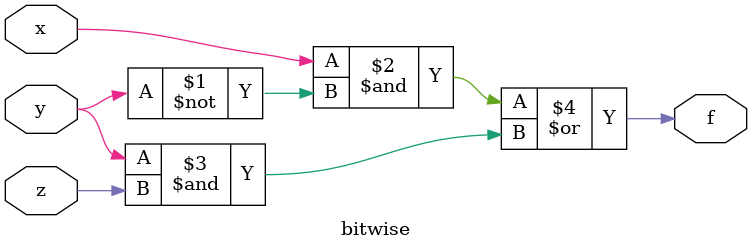
<source format=v>
module bitwise(x, y, z, f);
	input x, y, z;
	output f;

	wire x, y, z, f;

	assign f = ((x&~y)|(y&z));
	
endmodule
</source>
